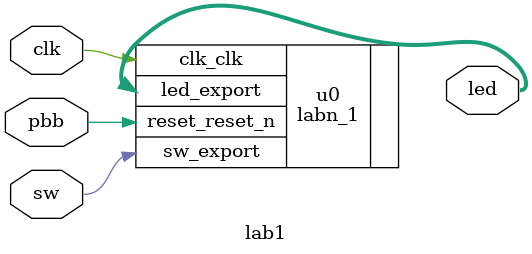
<source format=sv>
module lab1 (
	input bit clk,
	input bit sw,
	input bit pbb,
	output bit [7:0] led
);

	labn_1 u0 (
		.clk_clk       (clk),
		.reset_reset_n (pbb),
		.led_export    (led),
		.sw_export     (sw)
	);

endmodule 

</source>
